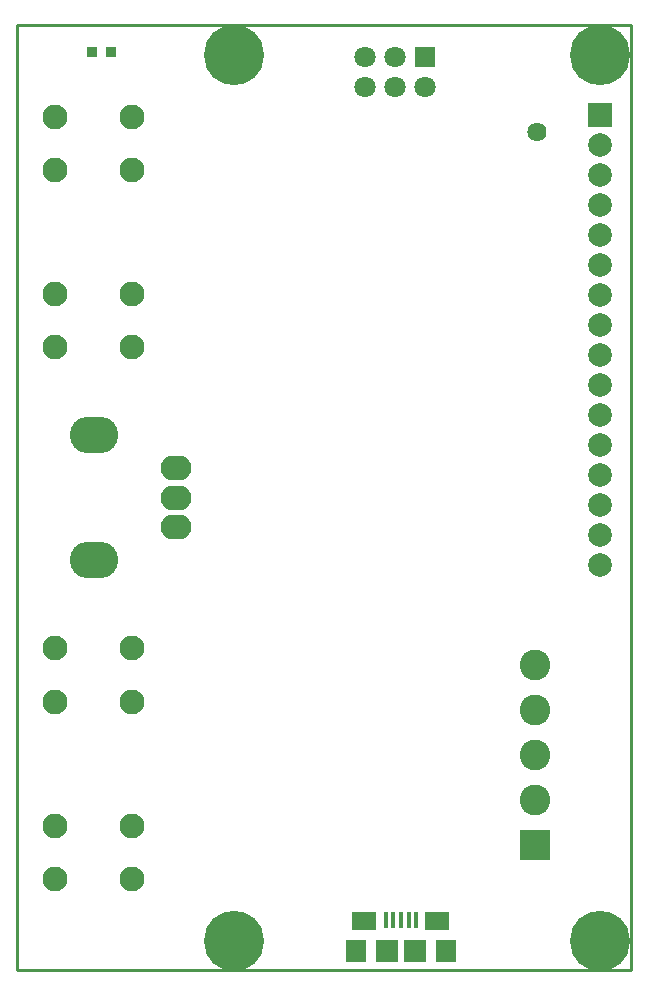
<source format=gts>
G04*
G04 #@! TF.GenerationSoftware,Altium Limited,Altium Designer,19.0.14 (431)*
G04*
G04 Layer_Color=8388736*
%FSLAX25Y25*%
%MOIN*%
G70*
G01*
G75*
%ADD10C,0.01000*%
%ADD11C,0.00700*%
%ADD12R,0.03550X0.03550*%
%ADD13R,0.07087X0.07480*%
%ADD14R,0.07480X0.07480*%
%ADD15R,0.08268X0.06299*%
%ADD16R,0.01575X0.05315*%
%ADD17C,0.10243*%
%ADD18R,0.10243X0.10243*%
%ADD19C,0.07093*%
%ADD20R,0.07093X0.07093*%
%ADD21C,0.06400*%
%ADD22O,0.16148X0.12211*%
%ADD23O,0.10243X0.08274*%
%ADD24C,0.08274*%
%ADD25C,0.20085*%
%ADD26C,0.07900*%
%ADD27R,0.08400X0.08400*%
D10*
X204724Y314961D02*
X204724Y0D01*
X0Y314961D02*
X204724D01*
X0Y0D02*
Y314961D01*
Y0D02*
X204724D01*
D11*
X0D02*
X204724D01*
D12*
X31448Y305800D02*
D03*
X24952D02*
D03*
D13*
X113015Y6200D02*
D03*
X142936D02*
D03*
D14*
X123251D02*
D03*
X132700D02*
D03*
D15*
X115771Y16239D02*
D03*
X140180D02*
D03*
D16*
X122857Y16732D02*
D03*
X125417D02*
D03*
X127976D02*
D03*
X130535D02*
D03*
X133094D02*
D03*
D17*
X172700Y86500D02*
D03*
Y71500D02*
D03*
Y56500D02*
D03*
Y101500D02*
D03*
D18*
Y41500D02*
D03*
D19*
X125984Y294213D02*
D03*
X135984D02*
D03*
X125984Y304213D02*
D03*
X115984D02*
D03*
Y294213D02*
D03*
D20*
X135984Y304213D02*
D03*
D21*
X173266Y279347D02*
D03*
D22*
X25591Y178166D02*
D03*
Y136434D02*
D03*
D23*
X53150Y167142D02*
D03*
Y157300D02*
D03*
Y147458D02*
D03*
D24*
X38386Y48048D02*
D03*
X12795D02*
D03*
Y30332D02*
D03*
X38386D02*
D03*
Y107103D02*
D03*
X12795D02*
D03*
Y89387D02*
D03*
X38386D02*
D03*
Y225213D02*
D03*
X12795D02*
D03*
Y207497D02*
D03*
X38386D02*
D03*
Y284268D02*
D03*
X12795D02*
D03*
Y266552D02*
D03*
X38386D02*
D03*
D25*
X194324Y304938D02*
D03*
X72276Y9662D02*
D03*
Y304938D02*
D03*
X194324Y9662D02*
D03*
D26*
Y224938D02*
D03*
Y144938D02*
D03*
Y154938D02*
D03*
Y164938D02*
D03*
Y174938D02*
D03*
Y184938D02*
D03*
Y194938D02*
D03*
Y204938D02*
D03*
Y214938D02*
D03*
Y234938D02*
D03*
Y244938D02*
D03*
Y254938D02*
D03*
Y264938D02*
D03*
Y274938D02*
D03*
Y134938D02*
D03*
D27*
Y284938D02*
D03*
M02*

</source>
